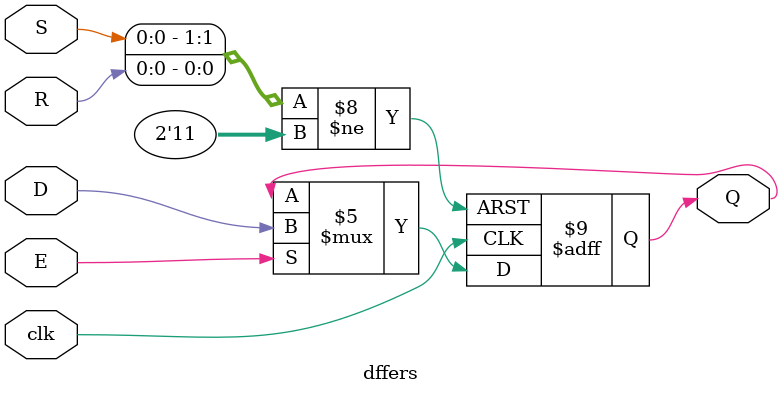
<source format=v>
module dffers(D,clk,E,R,S,Q);
input D;      // Data input 
input clk;    // clock input 
input E;      // enable 
input R;      // reset input 
input S;      // set input 
output Q;     // output Q 

always @(posedge clk or negedge R or negedge S) 

begin
	if (R == 1'b0) begin // reset active low
            Q <= 1'b1;
        end
	else if (S == 1'b0) begin // set active low
            Q <= 1'b1;
        end
	else if (E == 1'b1) begin
            Q <= D; 
        end
end 
endmodule 

</source>
